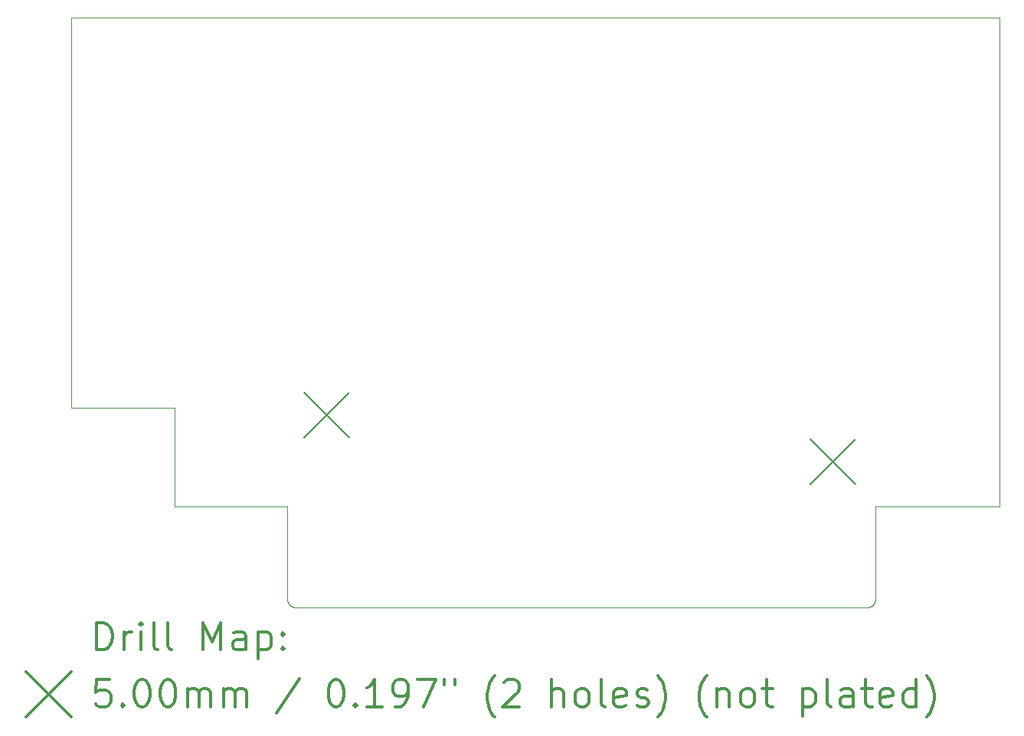
<source format=gbr>
%FSLAX45Y45*%
G04 Gerber Fmt 4.5, Leading zero omitted, Abs format (unit mm)*
G04 Created by KiCad (PCBNEW (5.1.5)-3) date 2020-07-28 20:00:21*
%MOMM*%
%LPD*%
G04 APERTURE LIST*
%TA.AperFunction,Profile*%
%ADD10C,0.050000*%
%TD*%
%ADD11C,0.200000*%
%ADD12C,0.300000*%
G04 APERTURE END LIST*
D10*
X13538200Y787400D02*
X23799800Y787400D01*
X13538200Y-3530600D02*
X13538200Y787400D01*
X14681200Y-3530600D02*
X13538200Y-3530600D01*
X14681200Y-4622800D02*
X14681200Y-3530600D01*
X15925800Y-4622800D02*
X14681200Y-4622800D01*
X15925800Y-5664200D02*
X15925800Y-4622800D01*
X15951200Y-5715000D02*
X15925800Y-5664200D01*
X16002000Y-5740400D02*
X15951200Y-5715000D01*
X22352000Y-5740400D02*
X16002000Y-5740400D01*
X22402800Y-5715000D02*
X22352000Y-5740400D01*
X22428200Y-5664200D02*
X22402800Y-5715000D01*
X22428200Y-4622800D02*
X22428200Y-5664200D01*
X23799800Y-4622800D02*
X22428200Y-4622800D01*
X23799800Y787400D02*
X23799800Y-4622800D01*
D11*
X16109772Y-3360091D02*
X16609772Y-3860091D01*
X16609772Y-3360091D02*
X16109772Y-3860091D01*
X21709710Y-3880283D02*
X22209710Y-4380283D01*
X22209710Y-3880283D02*
X21709710Y-4380283D01*
D12*
X13822128Y-6208614D02*
X13822128Y-5908614D01*
X13893557Y-5908614D01*
X13936414Y-5922900D01*
X13964986Y-5951471D01*
X13979271Y-5980043D01*
X13993557Y-6037186D01*
X13993557Y-6080043D01*
X13979271Y-6137186D01*
X13964986Y-6165757D01*
X13936414Y-6194329D01*
X13893557Y-6208614D01*
X13822128Y-6208614D01*
X14122128Y-6208614D02*
X14122128Y-6008614D01*
X14122128Y-6065757D02*
X14136414Y-6037186D01*
X14150700Y-6022900D01*
X14179271Y-6008614D01*
X14207843Y-6008614D01*
X14307843Y-6208614D02*
X14307843Y-6008614D01*
X14307843Y-5908614D02*
X14293557Y-5922900D01*
X14307843Y-5937186D01*
X14322128Y-5922900D01*
X14307843Y-5908614D01*
X14307843Y-5937186D01*
X14493557Y-6208614D02*
X14464986Y-6194329D01*
X14450700Y-6165757D01*
X14450700Y-5908614D01*
X14650700Y-6208614D02*
X14622128Y-6194329D01*
X14607843Y-6165757D01*
X14607843Y-5908614D01*
X14993557Y-6208614D02*
X14993557Y-5908614D01*
X15093557Y-6122900D01*
X15193557Y-5908614D01*
X15193557Y-6208614D01*
X15464986Y-6208614D02*
X15464986Y-6051471D01*
X15450700Y-6022900D01*
X15422128Y-6008614D01*
X15364986Y-6008614D01*
X15336414Y-6022900D01*
X15464986Y-6194329D02*
X15436414Y-6208614D01*
X15364986Y-6208614D01*
X15336414Y-6194329D01*
X15322128Y-6165757D01*
X15322128Y-6137186D01*
X15336414Y-6108614D01*
X15364986Y-6094329D01*
X15436414Y-6094329D01*
X15464986Y-6080043D01*
X15607843Y-6008614D02*
X15607843Y-6308614D01*
X15607843Y-6022900D02*
X15636414Y-6008614D01*
X15693557Y-6008614D01*
X15722128Y-6022900D01*
X15736414Y-6037186D01*
X15750700Y-6065757D01*
X15750700Y-6151471D01*
X15736414Y-6180043D01*
X15722128Y-6194329D01*
X15693557Y-6208614D01*
X15636414Y-6208614D01*
X15607843Y-6194329D01*
X15879271Y-6180043D02*
X15893557Y-6194329D01*
X15879271Y-6208614D01*
X15864986Y-6194329D01*
X15879271Y-6180043D01*
X15879271Y-6208614D01*
X15879271Y-6022900D02*
X15893557Y-6037186D01*
X15879271Y-6051471D01*
X15864986Y-6037186D01*
X15879271Y-6022900D01*
X15879271Y-6051471D01*
X13035700Y-6452900D02*
X13535700Y-6952900D01*
X13535700Y-6452900D02*
X13035700Y-6952900D01*
X13964986Y-6538614D02*
X13822128Y-6538614D01*
X13807843Y-6681471D01*
X13822128Y-6667186D01*
X13850700Y-6652900D01*
X13922128Y-6652900D01*
X13950700Y-6667186D01*
X13964986Y-6681471D01*
X13979271Y-6710043D01*
X13979271Y-6781471D01*
X13964986Y-6810043D01*
X13950700Y-6824329D01*
X13922128Y-6838614D01*
X13850700Y-6838614D01*
X13822128Y-6824329D01*
X13807843Y-6810043D01*
X14107843Y-6810043D02*
X14122128Y-6824329D01*
X14107843Y-6838614D01*
X14093557Y-6824329D01*
X14107843Y-6810043D01*
X14107843Y-6838614D01*
X14307843Y-6538614D02*
X14336414Y-6538614D01*
X14364986Y-6552900D01*
X14379271Y-6567186D01*
X14393557Y-6595757D01*
X14407843Y-6652900D01*
X14407843Y-6724329D01*
X14393557Y-6781471D01*
X14379271Y-6810043D01*
X14364986Y-6824329D01*
X14336414Y-6838614D01*
X14307843Y-6838614D01*
X14279271Y-6824329D01*
X14264986Y-6810043D01*
X14250700Y-6781471D01*
X14236414Y-6724329D01*
X14236414Y-6652900D01*
X14250700Y-6595757D01*
X14264986Y-6567186D01*
X14279271Y-6552900D01*
X14307843Y-6538614D01*
X14593557Y-6538614D02*
X14622128Y-6538614D01*
X14650700Y-6552900D01*
X14664986Y-6567186D01*
X14679271Y-6595757D01*
X14693557Y-6652900D01*
X14693557Y-6724329D01*
X14679271Y-6781471D01*
X14664986Y-6810043D01*
X14650700Y-6824329D01*
X14622128Y-6838614D01*
X14593557Y-6838614D01*
X14564986Y-6824329D01*
X14550700Y-6810043D01*
X14536414Y-6781471D01*
X14522128Y-6724329D01*
X14522128Y-6652900D01*
X14536414Y-6595757D01*
X14550700Y-6567186D01*
X14564986Y-6552900D01*
X14593557Y-6538614D01*
X14822128Y-6838614D02*
X14822128Y-6638614D01*
X14822128Y-6667186D02*
X14836414Y-6652900D01*
X14864986Y-6638614D01*
X14907843Y-6638614D01*
X14936414Y-6652900D01*
X14950700Y-6681471D01*
X14950700Y-6838614D01*
X14950700Y-6681471D02*
X14964986Y-6652900D01*
X14993557Y-6638614D01*
X15036414Y-6638614D01*
X15064986Y-6652900D01*
X15079271Y-6681471D01*
X15079271Y-6838614D01*
X15222128Y-6838614D02*
X15222128Y-6638614D01*
X15222128Y-6667186D02*
X15236414Y-6652900D01*
X15264986Y-6638614D01*
X15307843Y-6638614D01*
X15336414Y-6652900D01*
X15350700Y-6681471D01*
X15350700Y-6838614D01*
X15350700Y-6681471D02*
X15364986Y-6652900D01*
X15393557Y-6638614D01*
X15436414Y-6638614D01*
X15464986Y-6652900D01*
X15479271Y-6681471D01*
X15479271Y-6838614D01*
X16064986Y-6524329D02*
X15807843Y-6910043D01*
X16450700Y-6538614D02*
X16479271Y-6538614D01*
X16507843Y-6552900D01*
X16522128Y-6567186D01*
X16536414Y-6595757D01*
X16550700Y-6652900D01*
X16550700Y-6724329D01*
X16536414Y-6781471D01*
X16522128Y-6810043D01*
X16507843Y-6824329D01*
X16479271Y-6838614D01*
X16450700Y-6838614D01*
X16422128Y-6824329D01*
X16407843Y-6810043D01*
X16393557Y-6781471D01*
X16379271Y-6724329D01*
X16379271Y-6652900D01*
X16393557Y-6595757D01*
X16407843Y-6567186D01*
X16422128Y-6552900D01*
X16450700Y-6538614D01*
X16679271Y-6810043D02*
X16693557Y-6824329D01*
X16679271Y-6838614D01*
X16664986Y-6824329D01*
X16679271Y-6810043D01*
X16679271Y-6838614D01*
X16979271Y-6838614D02*
X16807843Y-6838614D01*
X16893557Y-6838614D02*
X16893557Y-6538614D01*
X16864986Y-6581471D01*
X16836414Y-6610043D01*
X16807843Y-6624329D01*
X17122128Y-6838614D02*
X17179271Y-6838614D01*
X17207843Y-6824329D01*
X17222128Y-6810043D01*
X17250700Y-6767186D01*
X17264986Y-6710043D01*
X17264986Y-6595757D01*
X17250700Y-6567186D01*
X17236414Y-6552900D01*
X17207843Y-6538614D01*
X17150700Y-6538614D01*
X17122128Y-6552900D01*
X17107843Y-6567186D01*
X17093557Y-6595757D01*
X17093557Y-6667186D01*
X17107843Y-6695757D01*
X17122128Y-6710043D01*
X17150700Y-6724329D01*
X17207843Y-6724329D01*
X17236414Y-6710043D01*
X17250700Y-6695757D01*
X17264986Y-6667186D01*
X17364986Y-6538614D02*
X17564986Y-6538614D01*
X17436414Y-6838614D01*
X17664986Y-6538614D02*
X17664986Y-6595757D01*
X17779271Y-6538614D02*
X17779271Y-6595757D01*
X18222128Y-6952900D02*
X18207843Y-6938614D01*
X18179271Y-6895757D01*
X18164986Y-6867186D01*
X18150700Y-6824329D01*
X18136414Y-6752900D01*
X18136414Y-6695757D01*
X18150700Y-6624329D01*
X18164986Y-6581471D01*
X18179271Y-6552900D01*
X18207843Y-6510043D01*
X18222128Y-6495757D01*
X18322128Y-6567186D02*
X18336414Y-6552900D01*
X18364986Y-6538614D01*
X18436414Y-6538614D01*
X18464986Y-6552900D01*
X18479271Y-6567186D01*
X18493557Y-6595757D01*
X18493557Y-6624329D01*
X18479271Y-6667186D01*
X18307843Y-6838614D01*
X18493557Y-6838614D01*
X18850700Y-6838614D02*
X18850700Y-6538614D01*
X18979271Y-6838614D02*
X18979271Y-6681471D01*
X18964986Y-6652900D01*
X18936414Y-6638614D01*
X18893557Y-6638614D01*
X18864986Y-6652900D01*
X18850700Y-6667186D01*
X19164986Y-6838614D02*
X19136414Y-6824329D01*
X19122128Y-6810043D01*
X19107843Y-6781471D01*
X19107843Y-6695757D01*
X19122128Y-6667186D01*
X19136414Y-6652900D01*
X19164986Y-6638614D01*
X19207843Y-6638614D01*
X19236414Y-6652900D01*
X19250700Y-6667186D01*
X19264986Y-6695757D01*
X19264986Y-6781471D01*
X19250700Y-6810043D01*
X19236414Y-6824329D01*
X19207843Y-6838614D01*
X19164986Y-6838614D01*
X19436414Y-6838614D02*
X19407843Y-6824329D01*
X19393557Y-6795757D01*
X19393557Y-6538614D01*
X19664986Y-6824329D02*
X19636414Y-6838614D01*
X19579271Y-6838614D01*
X19550700Y-6824329D01*
X19536414Y-6795757D01*
X19536414Y-6681471D01*
X19550700Y-6652900D01*
X19579271Y-6638614D01*
X19636414Y-6638614D01*
X19664986Y-6652900D01*
X19679271Y-6681471D01*
X19679271Y-6710043D01*
X19536414Y-6738614D01*
X19793557Y-6824329D02*
X19822128Y-6838614D01*
X19879271Y-6838614D01*
X19907843Y-6824329D01*
X19922128Y-6795757D01*
X19922128Y-6781471D01*
X19907843Y-6752900D01*
X19879271Y-6738614D01*
X19836414Y-6738614D01*
X19807843Y-6724329D01*
X19793557Y-6695757D01*
X19793557Y-6681471D01*
X19807843Y-6652900D01*
X19836414Y-6638614D01*
X19879271Y-6638614D01*
X19907843Y-6652900D01*
X20022128Y-6952900D02*
X20036414Y-6938614D01*
X20064986Y-6895757D01*
X20079271Y-6867186D01*
X20093557Y-6824329D01*
X20107843Y-6752900D01*
X20107843Y-6695757D01*
X20093557Y-6624329D01*
X20079271Y-6581471D01*
X20064986Y-6552900D01*
X20036414Y-6510043D01*
X20022128Y-6495757D01*
X20564986Y-6952900D02*
X20550700Y-6938614D01*
X20522128Y-6895757D01*
X20507843Y-6867186D01*
X20493557Y-6824329D01*
X20479271Y-6752900D01*
X20479271Y-6695757D01*
X20493557Y-6624329D01*
X20507843Y-6581471D01*
X20522128Y-6552900D01*
X20550700Y-6510043D01*
X20564986Y-6495757D01*
X20679271Y-6638614D02*
X20679271Y-6838614D01*
X20679271Y-6667186D02*
X20693557Y-6652900D01*
X20722128Y-6638614D01*
X20764986Y-6638614D01*
X20793557Y-6652900D01*
X20807843Y-6681471D01*
X20807843Y-6838614D01*
X20993557Y-6838614D02*
X20964986Y-6824329D01*
X20950700Y-6810043D01*
X20936414Y-6781471D01*
X20936414Y-6695757D01*
X20950700Y-6667186D01*
X20964986Y-6652900D01*
X20993557Y-6638614D01*
X21036414Y-6638614D01*
X21064986Y-6652900D01*
X21079271Y-6667186D01*
X21093557Y-6695757D01*
X21093557Y-6781471D01*
X21079271Y-6810043D01*
X21064986Y-6824329D01*
X21036414Y-6838614D01*
X20993557Y-6838614D01*
X21179271Y-6638614D02*
X21293557Y-6638614D01*
X21222128Y-6538614D02*
X21222128Y-6795757D01*
X21236414Y-6824329D01*
X21264986Y-6838614D01*
X21293557Y-6838614D01*
X21622128Y-6638614D02*
X21622128Y-6938614D01*
X21622128Y-6652900D02*
X21650700Y-6638614D01*
X21707843Y-6638614D01*
X21736414Y-6652900D01*
X21750700Y-6667186D01*
X21764986Y-6695757D01*
X21764986Y-6781471D01*
X21750700Y-6810043D01*
X21736414Y-6824329D01*
X21707843Y-6838614D01*
X21650700Y-6838614D01*
X21622128Y-6824329D01*
X21936414Y-6838614D02*
X21907843Y-6824329D01*
X21893557Y-6795757D01*
X21893557Y-6538614D01*
X22179271Y-6838614D02*
X22179271Y-6681471D01*
X22164986Y-6652900D01*
X22136414Y-6638614D01*
X22079271Y-6638614D01*
X22050700Y-6652900D01*
X22179271Y-6824329D02*
X22150700Y-6838614D01*
X22079271Y-6838614D01*
X22050700Y-6824329D01*
X22036414Y-6795757D01*
X22036414Y-6767186D01*
X22050700Y-6738614D01*
X22079271Y-6724329D01*
X22150700Y-6724329D01*
X22179271Y-6710043D01*
X22279271Y-6638614D02*
X22393557Y-6638614D01*
X22322128Y-6538614D02*
X22322128Y-6795757D01*
X22336414Y-6824329D01*
X22364986Y-6838614D01*
X22393557Y-6838614D01*
X22607843Y-6824329D02*
X22579271Y-6838614D01*
X22522128Y-6838614D01*
X22493557Y-6824329D01*
X22479271Y-6795757D01*
X22479271Y-6681471D01*
X22493557Y-6652900D01*
X22522128Y-6638614D01*
X22579271Y-6638614D01*
X22607843Y-6652900D01*
X22622128Y-6681471D01*
X22622128Y-6710043D01*
X22479271Y-6738614D01*
X22879271Y-6838614D02*
X22879271Y-6538614D01*
X22879271Y-6824329D02*
X22850700Y-6838614D01*
X22793557Y-6838614D01*
X22764986Y-6824329D01*
X22750700Y-6810043D01*
X22736414Y-6781471D01*
X22736414Y-6695757D01*
X22750700Y-6667186D01*
X22764986Y-6652900D01*
X22793557Y-6638614D01*
X22850700Y-6638614D01*
X22879271Y-6652900D01*
X22993557Y-6952900D02*
X23007843Y-6938614D01*
X23036414Y-6895757D01*
X23050700Y-6867186D01*
X23064986Y-6824329D01*
X23079271Y-6752900D01*
X23079271Y-6695757D01*
X23064986Y-6624329D01*
X23050700Y-6581471D01*
X23036414Y-6552900D01*
X23007843Y-6510043D01*
X22993557Y-6495757D01*
M02*

</source>
